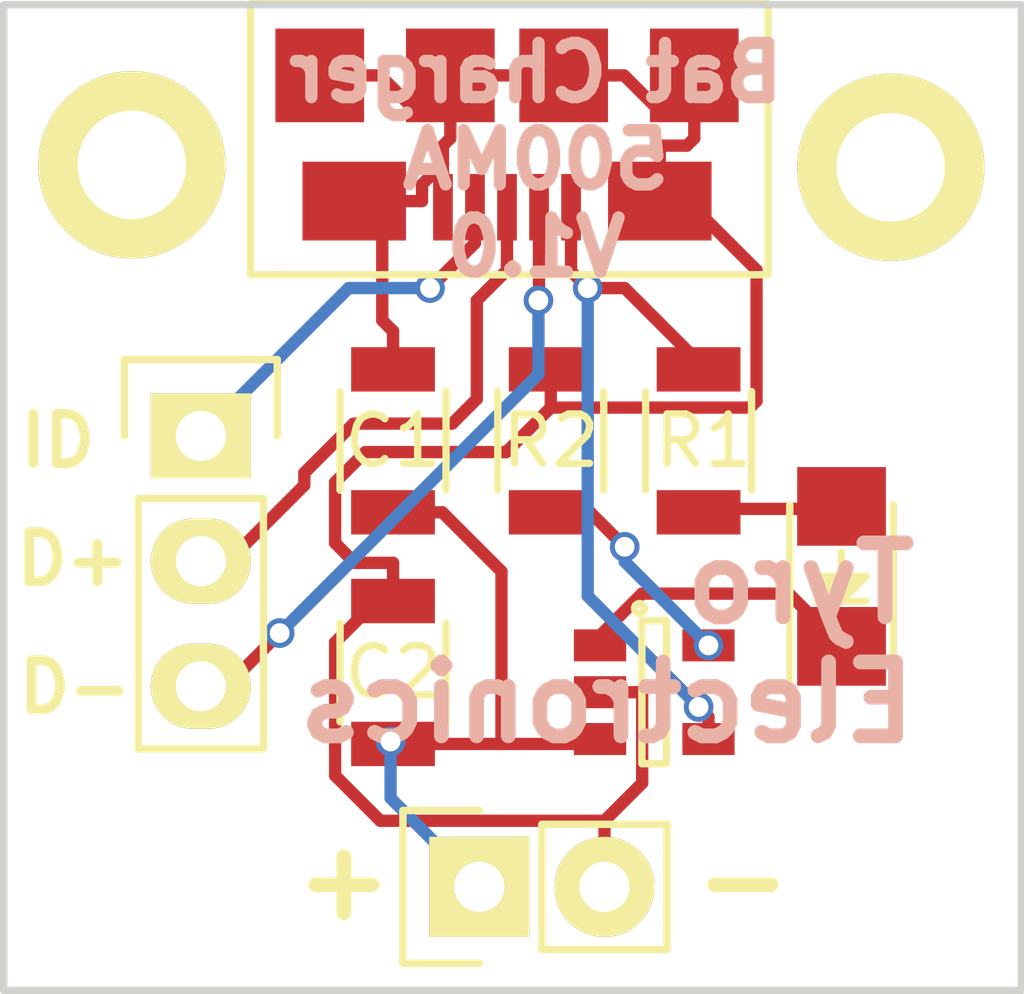
<source format=kicad_pcb>
(kicad_pcb (version 20171130) (host pcbnew "(5.1.12)-1")

  (general
    (thickness 1.6)
    (drawings 12)
    (tracks 119)
    (zones 0)
    (modules 11)
    (nets 10)
  )

  (page A4)
  (layers
    (0 F.Cu signal)
    (31 B.Cu signal)
    (32 B.Adhes user hide)
    (33 F.Adhes user hide)
    (34 B.Paste user)
    (35 F.Paste user)
    (36 B.SilkS user)
    (37 F.SilkS user)
    (38 B.Mask user)
    (39 F.Mask user)
    (40 Dwgs.User user)
    (41 Cmts.User user)
    (42 Eco1.User user)
    (43 Eco2.User user)
    (44 Edge.Cuts user)
    (45 Margin user)
    (46 B.CrtYd user)
    (47 F.CrtYd user)
    (48 B.Fab user)
    (49 F.Fab user)
  )

  (setup
    (last_trace_width 0.25)
    (trace_clearance 0.2)
    (zone_clearance 0.508)
    (zone_45_only no)
    (trace_min 0.2)
    (via_size 0.6)
    (via_drill 0.4)
    (via_min_size 0.4)
    (via_min_drill 0.3)
    (uvia_size 0.3)
    (uvia_drill 0.1)
    (uvias_allowed no)
    (uvia_min_size 0.2)
    (uvia_min_drill 0.1)
    (edge_width 0.15)
    (segment_width 0.2)
    (pcb_text_width 0.3)
    (pcb_text_size 1.5 1.5)
    (mod_edge_width 0.15)
    (mod_text_size 1 1)
    (mod_text_width 0.15)
    (pad_size 1.524 1.524)
    (pad_drill 0.762)
    (pad_to_mask_clearance 0.2)
    (aux_axis_origin 0 0)
    (visible_elements 7FFFFFFF)
    (pcbplotparams
      (layerselection 0x010f8_80000001)
      (usegerberextensions false)
      (usegerberattributes true)
      (usegerberadvancedattributes true)
      (creategerberjobfile true)
      (excludeedgelayer true)
      (linewidth 0.100000)
      (plotframeref false)
      (viasonmask false)
      (mode 1)
      (useauxorigin false)
      (hpglpennumber 1)
      (hpglpenspeed 20)
      (hpglpendiameter 15.000000)
      (psnegative false)
      (psa4output false)
      (plotreference true)
      (plotvalue true)
      (plotinvisibletext false)
      (padsonsilk false)
      (subtractmaskfromsilk false)
      (outputformat 1)
      (mirror false)
      (drillshape 0)
      (scaleselection 1)
      (outputdirectory "gerbers/"))
  )

  (net 0 "")
  (net 1 "Net-(P1-Pad1)")
  (net 2 "Net-(P1-Pad2)")
  (net 3 "Net-(P1-Pad3)")
  (net 4 "Net-(C1-Pad1)")
  (net 5 GND)
  (net 6 "Net-(D1-Pad1)")
  (net 7 "Net-(P2-Pad1)")
  (net 8 "Net-(R2-Pad1)")
  (net 9 "Net-(D1-Pad2)")

  (net_class Default "This is the default net class."
    (clearance 0.2)
    (trace_width 0.25)
    (via_dia 0.6)
    (via_drill 0.4)
    (uvia_dia 0.3)
    (uvia_drill 0.1)
    (add_net GND)
    (add_net "Net-(C1-Pad1)")
    (add_net "Net-(D1-Pad1)")
    (add_net "Net-(D1-Pad2)")
    (add_net "Net-(P1-Pad1)")
    (add_net "Net-(P1-Pad2)")
    (add_net "Net-(P1-Pad3)")
    (add_net "Net-(P2-Pad1)")
    (add_net "Net-(R2-Pad1)")
  )

  (module Pin_Headers:Pin_Header_Straight_1x03 (layer F.Cu) (tedit 56EB5028) (tstamp 56E9BF10)
    (at 164.4 90.5)
    (descr "Through hole pin header")
    (tags "pin header")
    (path /56E76434)
    (fp_text reference Noname_5 (at 0 -5.1) (layer F.SilkS) hide
      (effects (font (size 1 1) (thickness 0.15)))
    )
    (fp_text value "" (at 0 -3.1) (layer F.Fab) hide
      (effects (font (size 1 1) (thickness 0.15)))
    )
    (fp_line (start -1.55 -1.55) (end 1.55 -1.55) (layer F.SilkS) (width 0.15))
    (fp_line (start -1.55 0) (end -1.55 -1.55) (layer F.SilkS) (width 0.15))
    (fp_line (start 1.27 1.27) (end -1.27 1.27) (layer F.SilkS) (width 0.15))
    (fp_line (start 1.55 -1.55) (end 1.55 0) (layer F.SilkS) (width 0.15))
    (fp_line (start 1.27 6.35) (end 1.27 1.27) (layer F.SilkS) (width 0.15))
    (fp_line (start -1.27 6.35) (end 1.27 6.35) (layer F.SilkS) (width 0.15))
    (fp_line (start -1.27 1.27) (end -1.27 6.35) (layer F.SilkS) (width 0.15))
    (fp_line (start -1.75 6.85) (end 1.75 6.85) (layer F.CrtYd) (width 0.05))
    (fp_line (start -1.75 -1.75) (end 1.75 -1.75) (layer F.CrtYd) (width 0.05))
    (fp_line (start 1.75 -1.75) (end 1.75 6.85) (layer F.CrtYd) (width 0.05))
    (fp_line (start -1.75 -1.75) (end -1.75 6.85) (layer F.CrtYd) (width 0.05))
    (pad 1 thru_hole rect (at 0 0) (size 2.032 1.7272) (drill 1.016) (layers *.Cu *.Mask F.SilkS)
      (net 1 "Net-(P1-Pad1)"))
    (pad 2 thru_hole oval (at 0 2.54) (size 2.032 1.7272) (drill 1.016) (layers *.Cu *.Mask F.SilkS)
      (net 2 "Net-(P1-Pad2)"))
    (pad 3 thru_hole oval (at 0 5.08) (size 2.032 1.7272) (drill 1.016) (layers *.Cu *.Mask F.SilkS)
      (net 3 "Net-(P1-Pad3)"))
    (model Pin_Headers.3dshapes/Pin_Header_Straight_1x03.wrl
      (offset (xyz 0 -2.539999961853027 0))
      (scale (xyz 1 1 1))
      (rotate (xyz 0 0 90))
    )
  )

  (module Pin_Headers:Pin_Header_Straight_1x02 (layer F.Cu) (tedit 56EB4E18) (tstamp 56E9BF16)
    (at 170.05 99.65 90)
    (descr "Through hole pin header")
    (tags "pin header")
    (path /56E76222)
    (fp_text reference Noname_4 (at 0 -5.1 90) (layer F.SilkS) hide
      (effects (font (size 1 1) (thickness 0.15)))
    )
    (fp_text value "" (at 0 -3.1 90) (layer F.Fab) hide
      (effects (font (size 1 1) (thickness 0.15)))
    )
    (fp_line (start -1.27 3.81) (end 1.27 3.81) (layer F.SilkS) (width 0.15))
    (fp_line (start -1.27 1.27) (end -1.27 3.81) (layer F.SilkS) (width 0.15))
    (fp_line (start -1.55 -1.55) (end 1.55 -1.55) (layer F.SilkS) (width 0.15))
    (fp_line (start -1.55 0) (end -1.55 -1.55) (layer F.SilkS) (width 0.15))
    (fp_line (start 1.27 1.27) (end -1.27 1.27) (layer F.SilkS) (width 0.15))
    (fp_line (start -1.75 4.3) (end 1.75 4.3) (layer F.CrtYd) (width 0.05))
    (fp_line (start -1.75 -1.75) (end 1.75 -1.75) (layer F.CrtYd) (width 0.05))
    (fp_line (start 1.75 -1.75) (end 1.75 4.3) (layer F.CrtYd) (width 0.05))
    (fp_line (start -1.75 -1.75) (end -1.75 4.3) (layer F.CrtYd) (width 0.05))
    (fp_line (start 1.55 -1.55) (end 1.55 0) (layer F.SilkS) (width 0.15))
    (fp_line (start 1.27 1.27) (end 1.27 3.81) (layer F.SilkS) (width 0.15))
    (pad 1 thru_hole rect (at 0 0 90) (size 2.032 2.032) (drill 1.016) (layers *.Cu *.Mask F.SilkS)
      (net 4 "Net-(C1-Pad1)"))
    (pad 2 thru_hole oval (at 0 2.54 90) (size 2.032 2.032) (drill 1.016) (layers *.Cu *.Mask F.SilkS)
      (net 5 GND))
    (model Pin_Headers.3dshapes/Pin_Header_Straight_1x02.wrl
      (offset (xyz 0 -1.269999980926514 0))
      (scale (xyz 1 1 1))
      (rotate (xyz 0 0 90))
    )
  )

  (module Housings_SOT:SOT-23-5 (layer F.Cu) (tedit 56EB4E7D) (tstamp 56E9BF1F)
    (at 173.6 95.7)
    (descr "5-pin SOT23 package")
    (tags SOT-23-5)
    (path /56E7589C)
    (solder_mask_margin 0.0762)
    (attr smd)
    (fp_text reference U1 (at -0.05 -2.55) (layer F.SilkS) hide
      (effects (font (size 1 1) (thickness 0.15)))
    )
    (fp_text value "" (at -0.05 2.35) (layer F.Fab) hide
      (effects (font (size 1 1) (thickness 0.15)))
    )
    (fp_circle (center -0.3 -1.7) (end -0.2 -1.7) (layer F.SilkS) (width 0.15))
    (fp_line (start -0.25 -1.45) (end -0.25 1.45) (layer F.SilkS) (width 0.15))
    (fp_line (start -0.25 1.45) (end 0.25 1.45) (layer F.SilkS) (width 0.15))
    (fp_line (start 0.25 1.45) (end 0.25 -1.45) (layer F.SilkS) (width 0.15))
    (fp_line (start 0.25 -1.45) (end -0.25 -1.45) (layer F.SilkS) (width 0.15))
    (fp_line (start -1.8 1.6) (end -1.8 -1.6) (layer F.CrtYd) (width 0.05))
    (fp_line (start 1.8 1.6) (end -1.8 1.6) (layer F.CrtYd) (width 0.05))
    (fp_line (start 1.8 -1.6) (end 1.8 1.6) (layer F.CrtYd) (width 0.05))
    (fp_line (start -1.8 -1.6) (end 1.8 -1.6) (layer F.CrtYd) (width 0.05))
    (pad 1 smd rect (at -1.1 -0.95) (size 1.06 0.65) (layers F.Cu F.Paste F.Mask)
      (net 6 "Net-(D1-Pad1)"))
    (pad 2 smd rect (at -1.1 0) (size 1.06 0.65) (layers F.Cu F.Paste F.Mask)
      (net 5 GND))
    (pad 3 smd rect (at -1.1 0.95) (size 1.06 0.65) (layers F.Cu F.Paste F.Mask)
      (net 4 "Net-(C1-Pad1)"))
    (pad 4 smd rect (at 1.1 0.95) (size 1.06 0.65) (layers F.Cu F.Paste F.Mask)
      (net 7 "Net-(P2-Pad1)"))
    (pad 5 smd rect (at 1.1 -0.95) (size 1.06 0.65) (layers F.Cu F.Paste F.Mask)
      (net 8 "Net-(R2-Pad1)"))
    (model TO_SOT_Packages_SMD.3dshapes/SOT-23-5.wrl
      (at (xyz 0 0 0))
      (scale (xyz 1 1 1))
      (rotate (xyz 0 0 0))
    )
  )

  (module Resistors_SMD:R_1206 (layer F.Cu) (tedit 56EB4E5B) (tstamp 56E9BFAA)
    (at 168.3 90.6 90)
    (descr "Resistor SMD 1206, reflow soldering, Vishay (see dcrcw.pdf)")
    (tags "resistor 1206")
    (path /56E75B80)
    (attr smd)
    (fp_text reference C1 (at 0 0 180) (layer F.SilkS)
      (effects (font (size 1 1) (thickness 0.15)))
    )
    (fp_text value "" (at 0 2.3 90) (layer F.Fab) hide
      (effects (font (size 1 1) (thickness 0.15)))
    )
    (fp_line (start -1 -1.075) (end 1 -1.075) (layer F.SilkS) (width 0.15))
    (fp_line (start 1 1.075) (end -1 1.075) (layer F.SilkS) (width 0.15))
    (fp_line (start 2.2 -1.2) (end 2.2 1.2) (layer F.CrtYd) (width 0.05))
    (fp_line (start -2.2 -1.2) (end -2.2 1.2) (layer F.CrtYd) (width 0.05))
    (fp_line (start -2.2 1.2) (end 2.2 1.2) (layer F.CrtYd) (width 0.05))
    (fp_line (start -2.2 -1.2) (end 2.2 -1.2) (layer F.CrtYd) (width 0.05))
    (pad 1 smd rect (at -1.45 0 90) (size 0.9 1.7) (layers F.Cu F.Paste F.Mask)
      (net 4 "Net-(C1-Pad1)"))
    (pad 2 smd rect (at 1.45 0 90) (size 0.9 1.7) (layers F.Cu F.Paste F.Mask)
      (net 5 GND))
    (model Resistors_SMD.3dshapes/R_1206.wrl
      (at (xyz 0 0 0))
      (scale (xyz 1 1 1))
      (rotate (xyz 0 0 0))
    )
  )

  (module Resistors_SMD:R_1206 (layer F.Cu) (tedit 56EB4E20) (tstamp 56E9BFB6)
    (at 168.3 95.3 90)
    (descr "Resistor SMD 1206, reflow soldering, Vishay (see dcrcw.pdf)")
    (tags "resistor 1206")
    (path /56E75BCC)
    (attr smd)
    (fp_text reference C2 (at 0 0 180) (layer F.SilkS)
      (effects (font (size 1 1) (thickness 0.15)))
    )
    (fp_text value "" (at 0 2.3 90) (layer F.Fab) hide
      (effects (font (size 1 1) (thickness 0.15)))
    )
    (fp_line (start -1 -1.075) (end 1 -1.075) (layer F.SilkS) (width 0.15))
    (fp_line (start 1 1.075) (end -1 1.075) (layer F.SilkS) (width 0.15))
    (fp_line (start 2.2 -1.2) (end 2.2 1.2) (layer F.CrtYd) (width 0.05))
    (fp_line (start -2.2 -1.2) (end -2.2 1.2) (layer F.CrtYd) (width 0.05))
    (fp_line (start -2.2 1.2) (end 2.2 1.2) (layer F.CrtYd) (width 0.05))
    (fp_line (start -2.2 -1.2) (end 2.2 -1.2) (layer F.CrtYd) (width 0.05))
    (pad 1 smd rect (at -1.45 0 90) (size 0.9 1.7) (layers F.Cu F.Paste F.Mask)
      (net 4 "Net-(C1-Pad1)"))
    (pad 2 smd rect (at 1.45 0 90) (size 0.9 1.7) (layers F.Cu F.Paste F.Mask)
      (net 5 GND))
    (model Resistors_SMD.3dshapes/R_1206.wrl
      (at (xyz 0 0 0))
      (scale (xyz 1 1 1))
      (rotate (xyz 0 0 0))
    )
  )

  (module Resistors_SMD:R_1206 (layer F.Cu) (tedit 56EB4E6D) (tstamp 56E9BFEB)
    (at 174.5 90.6 270)
    (descr "Resistor SMD 1206, reflow soldering, Vishay (see dcrcw.pdf)")
    (tags "resistor 1206")
    (path /56E75B06)
    (attr smd)
    (fp_text reference R1 (at 0 -0.1) (layer F.SilkS)
      (effects (font (size 1 1) (thickness 0.15)))
    )
    (fp_text value "" (at 0 2.3 270) (layer F.Fab) hide
      (effects (font (size 1 1) (thickness 0.15)))
    )
    (fp_line (start -1 -1.075) (end 1 -1.075) (layer F.SilkS) (width 0.15))
    (fp_line (start 1 1.075) (end -1 1.075) (layer F.SilkS) (width 0.15))
    (fp_line (start 2.2 -1.2) (end 2.2 1.2) (layer F.CrtYd) (width 0.05))
    (fp_line (start -2.2 -1.2) (end -2.2 1.2) (layer F.CrtYd) (width 0.05))
    (fp_line (start -2.2 1.2) (end 2.2 1.2) (layer F.CrtYd) (width 0.05))
    (fp_line (start -2.2 -1.2) (end 2.2 -1.2) (layer F.CrtYd) (width 0.05))
    (pad 1 smd rect (at -1.45 0 270) (size 0.9 1.7) (layers F.Cu F.Paste F.Mask)
      (net 7 "Net-(P2-Pad1)"))
    (pad 2 smd rect (at 1.45 0 270) (size 0.9 1.7) (layers F.Cu F.Paste F.Mask)
      (net 9 "Net-(D1-Pad2)"))
    (model Resistors_SMD.3dshapes/R_1206.wrl
      (at (xyz 0 0 0))
      (scale (xyz 1 1 1))
      (rotate (xyz 0 0 0))
    )
  )

  (module Resistors_SMD:R_1206 (layer F.Cu) (tedit 56EB4E65) (tstamp 56E9BFF7)
    (at 171.5 90.6 90)
    (descr "Resistor SMD 1206, reflow soldering, Vishay (see dcrcw.pdf)")
    (tags "resistor 1206")
    (path /56E75D1D)
    (attr smd)
    (fp_text reference R2 (at 0 0 180) (layer F.SilkS)
      (effects (font (size 1 1) (thickness 0.15)))
    )
    (fp_text value "" (at 0 2.3 90) (layer F.Fab) hide
      (effects (font (size 1 1) (thickness 0.15)))
    )
    (fp_line (start -1 -1.075) (end 1 -1.075) (layer F.SilkS) (width 0.15))
    (fp_line (start 1 1.075) (end -1 1.075) (layer F.SilkS) (width 0.15))
    (fp_line (start 2.2 -1.2) (end 2.2 1.2) (layer F.CrtYd) (width 0.05))
    (fp_line (start -2.2 -1.2) (end -2.2 1.2) (layer F.CrtYd) (width 0.05))
    (fp_line (start -2.2 1.2) (end 2.2 1.2) (layer F.CrtYd) (width 0.05))
    (fp_line (start -2.2 -1.2) (end 2.2 -1.2) (layer F.CrtYd) (width 0.05))
    (pad 1 smd rect (at -1.45 0 90) (size 0.9 1.7) (layers F.Cu F.Paste F.Mask)
      (net 8 "Net-(R2-Pad1)"))
    (pad 2 smd rect (at 1.45 0 90) (size 0.9 1.7) (layers F.Cu F.Paste F.Mask)
      (net 5 GND))
    (model Resistors_SMD.3dshapes/R_1206.wrl
      (at (xyz 0 0 0))
      (scale (xyz 1 1 1))
      (rotate (xyz 0 0 0))
    )
  )

  (module Mounting_Holes:MountingHole_2.2mm_M2_ISO14580_Pad (layer F.Cu) (tedit 56EB4E0B) (tstamp 56E9C1A5)
    (at 178.4 85.05)
    (descr "Mounting Hole 2.2mm, M2, ISO14580")
    (tags "mounting hole 2.2mm m2 iso14580")
    (fp_text reference Noname_3 (at 0 -2.9) (layer F.SilkS) hide
      (effects (font (size 1 1) (thickness 0.15)))
    )
    (fp_text value "" (at 0 2.9) (layer F.Fab) hide
      (effects (font (size 1 1) (thickness 0.15)))
    )
    (fp_circle (center 0 0) (end 2.15 0) (layer F.CrtYd) (width 0.05))
    (fp_circle (center 0 0) (end 1.9 0) (layer Cmts.User) (width 0.15))
    (pad 1 thru_hole circle (at 0 0) (size 3.8 3.8) (drill 2.2) (layers *.Cu *.Mask F.SilkS))
  )

  (module Mounting_Holes:MountingHole_2.2mm_M2_ISO14580_Pad (layer F.Cu) (tedit 56EB4DFF) (tstamp 56E9C1B4)
    (at 163 85)
    (descr "Mounting Hole 2.2mm, M2, ISO14580")
    (tags "mounting hole 2.2mm m2 iso14580")
    (fp_text reference Noname_2 (at 0 -2.9) (layer F.SilkS) hide
      (effects (font (size 1 1) (thickness 0.15)))
    )
    (fp_text value "" (at 0 2.9) (layer F.Fab) hide
      (effects (font (size 1 1) (thickness 0.15)))
    )
    (fp_circle (center 0 0) (end 2.15 0) (layer F.CrtYd) (width 0.05))
    (fp_circle (center 0 0) (end 1.9 0) (layer Cmts.User) (width 0.15))
    (pad 1 thru_hole circle (at 0 0) (size 3.8 3.8) (drill 2.2) (layers *.Cu *.Mask F.SilkS))
  )

  (module LEDs:LED_1206 (layer F.Cu) (tedit 56EB4E79) (tstamp 56EB4DDB)
    (at 177.4 93.35 90)
    (descr "LED 1206 smd package")
    (tags "LED1206 SMD")
    (path /56E75A0A)
    (attr smd)
    (fp_text reference D1 (at 0 -2 90) (layer F.SilkS) hide
      (effects (font (size 1 1) (thickness 0.15)))
    )
    (fp_text value LED (at 0 2 90) (layer F.Fab)
      (effects (font (size 1 1) (thickness 0.15)))
    )
    (fp_line (start 2.5 1.25) (end 2.5 -1.25) (layer F.CrtYd) (width 0.05))
    (fp_line (start -2.5 1.25) (end 2.5 1.25) (layer F.CrtYd) (width 0.05))
    (fp_line (start -2.5 -1.25) (end -2.5 1.25) (layer F.CrtYd) (width 0.05))
    (fp_line (start 2.5 -1.25) (end -2.5 -1.25) (layer F.CrtYd) (width 0.05))
    (fp_line (start 0 0.5) (end -0.5 0) (layer F.SilkS) (width 0.15))
    (fp_line (start 0 -0.5) (end 0 0.5) (layer F.SilkS) (width 0.15))
    (fp_line (start -0.5 0) (end 0 -0.5) (layer F.SilkS) (width 0.15))
    (fp_line (start 0 0) (end 0.5 0) (layer F.SilkS) (width 0.15))
    (fp_line (start -0.5 -0.5) (end -0.5 0.5) (layer F.SilkS) (width 0.15))
    (fp_line (start -0.2 0.05) (end -0.25 0) (layer F.SilkS) (width 0.15))
    (fp_line (start -0.2 -0.2) (end -0.2 0.05) (layer F.SilkS) (width 0.15))
    (fp_line (start -0.4 0) (end -0.2 -0.2) (layer F.SilkS) (width 0.15))
    (fp_line (start -0.1 0.3) (end -0.4 0) (layer F.SilkS) (width 0.15))
    (fp_line (start -0.1 -0.3) (end -0.1 0.3) (layer F.SilkS) (width 0.15))
    (fp_line (start -2.15 -1.05) (end 1.45 -1.05) (layer F.SilkS) (width 0.15))
    (fp_line (start -2.15 1.05) (end 1.45 1.05) (layer F.SilkS) (width 0.15))
    (pad 2 smd rect (at 1.41986 0 270) (size 1.59766 1.80086) (layers F.Cu F.Paste F.Mask)
      (net 9 "Net-(D1-Pad2)"))
    (pad 1 smd rect (at -1.41986 0 270) (size 1.59766 1.80086) (layers F.Cu F.Paste F.Mask)
      (net 6 "Net-(D1-Pad1)"))
    (model LEDs.3dshapes/LED_1206.wrl
      (at (xyz 0 0 0))
      (scale (xyz 1 1 1))
      (rotate (xyz 0 0 180))
    )
  )

  (module myfootprints:micro-usb-fci (layer F.Cu) (tedit 56EB4E06) (tstamp 56EB4EEA)
    (at 171.2 84.2)
    (path /56E8AFB4)
    (solder_mask_margin 0.0762)
    (fp_text reference Noname_1 (at 0.7 -4.4) (layer F.SilkS) hide
      (effects (font (size 1 1) (thickness 0.15)))
    )
    (fp_text value "" (at 2.5 -3.5) (layer F.SilkS) hide
      (effects (font (size 1 1) (thickness 0.15)))
    )
    (fp_line (start 4.71 3.03) (end -5.29 3.03) (layer F.SilkS) (width 0.15))
    (fp_line (start 4.71 -2.47) (end 4.71 3.03) (layer F.SilkS) (width 0.15))
    (fp_line (start -5.79 -2.47) (end 4.71 -2.47) (layer F.SilkS) (width 0.15))
    (fp_line (start -5.79 3.03) (end -5.79 -2.47) (layer F.SilkS) (width 0.15))
    (fp_line (start -5.29 3.03) (end -5.79 3.03) (layer F.SilkS) (width 0.15))
    (pad 6 smd rect (at -4.3875 -1.015) (size 1.8 1.9) (layers F.Cu F.Paste F.Mask)
      (net 5 GND))
    (pad 6 smd rect (at 3.2125 -1.015) (size 1.8 1.9) (layers F.Cu F.Paste F.Mask)
      (net 5 GND))
    (pad 6 smd rect (at -1.7375 -1.015) (size 1.8 1.9) (layers F.Cu F.Paste F.Mask)
      (net 5 GND))
    (pad 5 smd rect (at -1.8875 1.66) (size 0.4 1.35) (layers F.Cu F.Paste F.Mask)
      (net 5 GND))
    (pad 4 smd rect (at -1.2375 1.66) (size 0.4 1.35) (layers F.Cu F.Paste F.Mask)
      (net 1 "Net-(P1-Pad1)"))
    (pad 3 smd rect (at -0.5875 1.66) (size 0.4 1.35) (layers F.Cu F.Paste F.Mask)
      (net 2 "Net-(P1-Pad2)"))
    (pad 2 smd rect (at 0.0625 1.66) (size 0.4 1.35) (layers F.Cu F.Paste F.Mask)
      (net 3 "Net-(P1-Pad3)"))
    (pad 1 smd rect (at 0.7125 1.66) (size 0.4 1.35) (layers F.Cu F.Paste F.Mask)
      (net 7 "Net-(P2-Pad1)"))
    (pad 6 smd rect (at 2.5125 1.535) (size 2.1 1.6) (layers F.Cu F.Paste F.Mask)
      (net 5 GND))
    (pad 6 smd rect (at -3.6875 1.535) (size 2.1 1.6) (layers F.Cu F.Paste F.Mask)
      (net 5 GND))
    (pad 6 smd rect (at 0.5625 -1.015) (size 1.8 1.9) (layers F.Cu F.Paste F.Mask)
      (net 5 GND))
  )

  (gr_text "Tyro\nElectronics" (at 179.05 94.7) (layer B.SilkS)
    (effects (font (size 1.5 1.5) (thickness 0.3)) (justify left mirror))
  )
  (gr_text "Bat Charger\n500MA\nV1.0" (at 171.2 84.9) (layer B.SilkS)
    (effects (font (size 1.1 1.1) (thickness 0.25)) (justify mirror))
  )
  (gr_text - (at 175.4 99.5) (layer F.SilkS)
    (effects (font (size 1.5 1.5) (thickness 0.3)))
  )
  (gr_text + (at 167.3 99.5) (layer F.SilkS)
    (effects (font (size 1.5 1.5) (thickness 0.3)))
  )
  (gr_text "D-\n" (at 161.85 95.6) (layer F.SilkS)
    (effects (font (size 1 1) (thickness 0.2)))
  )
  (gr_text D+ (at 161.8 93) (layer F.SilkS)
    (effects (font (size 1 1) (thickness 0.2)))
  )
  (gr_text ID (at 161.5 90.6) (layer F.SilkS)
    (effects (font (size 1 1) (thickness 0.2)))
  )
  (gr_line (start 160.4 81.75) (end 160.45 81.75) (angle 90) (layer Edge.Cuts) (width 0.15))
  (gr_line (start 160.4 101.75) (end 160.4 81.75) (angle 90) (layer Edge.Cuts) (width 0.15))
  (gr_line (start 181.05 101.75) (end 160.4 101.75) (angle 90) (layer Edge.Cuts) (width 0.15))
  (gr_line (start 181.05 81.75) (end 181.05 101.75) (angle 90) (layer Edge.Cuts) (width 0.15))
  (gr_line (start 160.4 81.75) (end 181.05 81.75) (angle 90) (layer Edge.Cuts) (width 0.15))

  (segment (start 169.962 86.2237) (end 169.9625 86.2232) (width 0.25) (layer F.Cu) (net 1))
  (segment (start 169.9625 86.2232) (end 169.9625 85.86) (width 0.25) (layer F.Cu) (net 1))
  (segment (start 169.962 86.2237) (end 169.962 85.86) (width 0.25) (layer F.Cu) (net 1))
  (segment (start 169.05 87.5) (end 169.962 86.5875) (width 0.25) (layer F.Cu) (net 1))
  (segment (start 169.962 86.5875) (end 169.962 86.2237) (width 0.25) (layer F.Cu) (net 1))
  (segment (start 164.4 90.5) (end 167.4 87.5) (width 0.25) (layer B.Cu) (net 1))
  (segment (start 167.4 87.5) (end 169.05 87.5) (width 0.25) (layer B.Cu) (net 1))
  (via (at 169.05 87.5) (size 0.6) (layers F.Cu B.Cu) (net 1))
  (via (at 164.4 90.5) (size 0.6) (layers F.Cu B.Cu) (net 1))
  (segment (start 170.612 86.4987) (end 170.6125 86.4982) (width 0.25) (layer F.Cu) (net 2))
  (segment (start 170.6125 86.4982) (end 170.6125 85.86) (width 0.25) (layer F.Cu) (net 2))
  (segment (start 170.612 86.4987) (end 170.612 85.86) (width 0.25) (layer F.Cu) (net 2))
  (segment (start 164.4 93.04) (end 164.96 93.04) (width 0.25) (layer F.Cu) (net 2))
  (segment (start 164.96 93.04) (end 166.5 91.5) (width 0.25) (layer F.Cu) (net 2))
  (segment (start 166.5 91.5) (end 166.5 91.25) (width 0.25) (layer F.Cu) (net 2))
  (segment (start 166.5 91.25) (end 167.5 90.25) (width 0.25) (layer F.Cu) (net 2))
  (segment (start 167.5 90.25) (end 169.5 90.25) (width 0.25) (layer F.Cu) (net 2))
  (segment (start 169.5 90.25) (end 170 89.75) (width 0.25) (layer F.Cu) (net 2))
  (segment (start 170 89.75) (end 170 87.75) (width 0.25) (layer F.Cu) (net 2))
  (segment (start 170 87.75) (end 170.612 87.1375) (width 0.25) (layer F.Cu) (net 2))
  (segment (start 170.612 87.1375) (end 170.612 86.4987) (width 0.25) (layer F.Cu) (net 2))
  (segment (start 171.262 86.7987) (end 171.2625 86.7982) (width 0.25) (layer F.Cu) (net 3))
  (segment (start 171.2625 86.7982) (end 171.2625 85.86) (width 0.25) (layer F.Cu) (net 3))
  (segment (start 171.262 86.7987) (end 171.262 85.86) (width 0.25) (layer F.Cu) (net 3))
  (segment (start 171.25 87.75) (end 171.262 87.7375) (width 0.25) (layer F.Cu) (net 3))
  (segment (start 171.262 87.7375) (end 171.262 86.7987) (width 0.25) (layer F.Cu) (net 3))
  (segment (start 166 94.5) (end 171.25 89.25) (width 0.25) (layer B.Cu) (net 3))
  (segment (start 171.25 89.25) (end 171.25 87.75) (width 0.25) (layer B.Cu) (net 3))
  (segment (start 164.4 95.58) (end 164.92 95.58) (width 0.25) (layer F.Cu) (net 3))
  (segment (start 164.92 95.58) (end 166 94.5) (width 0.25) (layer F.Cu) (net 3))
  (via (at 171.25 87.75) (size 0.6) (layers F.Cu B.Cu) (net 3))
  (via (at 166 94.5) (size 0.6) (layers F.Cu B.Cu) (net 3))
  (segment (start 170.5 96.75) (end 172.4 96.75) (width 0.25) (layer F.Cu) (net 4))
  (segment (start 172.4 96.75) (end 172.5 96.65) (width 0.25) (layer F.Cu) (net 4))
  (segment (start 168.3 96.75) (end 170.5 96.75) (width 0.25) (layer F.Cu) (net 4))
  (segment (start 170.05 99.65) (end 169.65 99.65) (width 0.25) (layer F.Cu) (net 4))
  (segment (start 168.3 92.05) (end 169.3 92.05) (width 0.25) (layer F.Cu) (net 4))
  (segment (start 169.3 92.05) (end 170.5 93.25) (width 0.25) (layer F.Cu) (net 4))
  (segment (start 170.5 93.25) (end 170.5 96.75) (width 0.25) (layer F.Cu) (net 4))
  (segment (start 170.05 99.65) (end 168.25 97.85) (width 0.25) (layer B.Cu) (net 4))
  (segment (start 168.25 97.85) (end 168.25 96.7) (width 0.25) (layer B.Cu) (net 4))
  (segment (start 168.25 96.7) (end 168.3 96.75) (width 0.25) (layer F.Cu) (net 4))
  (via (at 168.25 96.7) (size 0.6) (layers F.Cu B.Cu) (net 4))
  (via (at 170.05 99.65) (size 0.6) (layers F.Cu B.Cu) (net 4))
  (segment (start 173.3551 95.7) (end 173.3551 97.5438) (width 0.25) (layer F.Cu) (net 5))
  (segment (start 173.3551 97.5438) (end 172.59 98.3089) (width 0.25) (layer F.Cu) (net 5))
  (segment (start 168.3 93.5136) (end 167.1248 94.6888) (width 0.25) (layer F.Cu) (net 5))
  (segment (start 167.1248 94.6888) (end 167.1248 97.3924) (width 0.25) (layer F.Cu) (net 5))
  (segment (start 167.1248 97.3924) (end 168.0413 98.3089) (width 0.25) (layer F.Cu) (net 5))
  (segment (start 168.0413 98.3089) (end 172.59 98.3089) (width 0.25) (layer F.Cu) (net 5))
  (segment (start 172.5 95.7) (end 173.3551 95.7) (width 0.25) (layer F.Cu) (net 5))
  (segment (start 172.59 99.65) (end 172.59 98.3089) (width 0.25) (layer F.Cu) (net 5))
  (segment (start 173.7125 85.1724) (end 175.6752 87.1351) (width 0.25) (layer F.Cu) (net 5))
  (segment (start 175.6752 87.1351) (end 175.6752 89.7924) (width 0.25) (layer F.Cu) (net 5))
  (segment (start 175.6752 89.7924) (end 175.5425 89.9251) (width 0.25) (layer F.Cu) (net 5))
  (segment (start 175.5425 89.9251) (end 171.5 89.9251) (width 0.25) (layer F.Cu) (net 5))
  (segment (start 173.7125 85.1724) (end 173.7125 84.6099) (width 0.25) (layer F.Cu) (net 5))
  (segment (start 173.7125 85.735) (end 173.7125 85.1724) (width 0.25) (layer F.Cu) (net 5))
  (segment (start 168.3 93.4624) (end 168.3 93.0749) (width 0.25) (layer F.Cu) (net 5))
  (segment (start 168.3 93.85) (end 168.3 93.5136) (width 0.25) (layer F.Cu) (net 5))
  (segment (start 168.3 93.4624) (end 168.3 93.5136) (width 0.25) (layer F.Cu) (net 5))
  (segment (start 171.5 89.15) (end 171.5 89.9251) (width 0.25) (layer F.Cu) (net 5))
  (segment (start 171.5 89.9251) (end 170.5969 90.8282) (width 0.25) (layer F.Cu) (net 5))
  (segment (start 170.5969 90.8282) (end 167.7365 90.8282) (width 0.25) (layer F.Cu) (net 5))
  (segment (start 167.7365 90.8282) (end 167.1248 91.4399) (width 0.25) (layer F.Cu) (net 5))
  (segment (start 167.1248 91.4399) (end 167.1248 92.6748) (width 0.25) (layer F.Cu) (net 5))
  (segment (start 167.1248 92.6748) (end 167.5249 93.0749) (width 0.25) (layer F.Cu) (net 5))
  (segment (start 167.5249 93.0749) (end 168.3 93.0749) (width 0.25) (layer F.Cu) (net 5))
  (segment (start 168.3 89.15) (end 168.3 88.3749) (width 0.25) (layer F.Cu) (net 5))
  (segment (start 168.0813 85.735) (end 168.0813 88.1562) (width 0.25) (layer F.Cu) (net 5))
  (segment (start 168.0813 88.1562) (end 168.3 88.3749) (width 0.25) (layer F.Cu) (net 5))
  (segment (start 168.0813 85.735) (end 168.8876 85.735) (width 0.25) (layer F.Cu) (net 5))
  (segment (start 167.5125 85.735) (end 168.0813 85.735) (width 0.25) (layer F.Cu) (net 5))
  (segment (start 171.7625 83.185) (end 172.9876 83.185) (width 0.25) (layer F.Cu) (net 5))
  (segment (start 174.4125 83.8225) (end 173.6251 83.8225) (width 0.25) (layer F.Cu) (net 5))
  (segment (start 173.6251 83.8225) (end 172.9876 83.185) (width 0.25) (layer F.Cu) (net 5))
  (segment (start 174.4125 83.8225) (end 174.4125 84.4601) (width 0.25) (layer F.Cu) (net 5))
  (segment (start 174.4125 83.185) (end 174.4125 83.8225) (width 0.25) (layer F.Cu) (net 5))
  (segment (start 166.8125 83.185) (end 168.0376 83.185) (width 0.25) (layer F.Cu) (net 5))
  (segment (start 169.4625 83.8225) (end 168.6751 83.8225) (width 0.25) (layer F.Cu) (net 5))
  (segment (start 168.6751 83.8225) (end 168.0376 83.185) (width 0.25) (layer F.Cu) (net 5))
  (segment (start 169.4625 83.8225) (end 169.4625 84.4601) (width 0.25) (layer F.Cu) (net 5))
  (segment (start 169.4625 83.185) (end 169.4625 83.8225) (width 0.25) (layer F.Cu) (net 5))
  (segment (start 168.8876 85.735) (end 168.8876 85.3973) (width 0.25) (layer F.Cu) (net 5))
  (segment (start 168.8876 85.3973) (end 169.3125 84.9724) (width 0.25) (layer F.Cu) (net 5))
  (segment (start 169.3125 84.9724) (end 169.3125 84.6101) (width 0.25) (layer F.Cu) (net 5))
  (segment (start 169.3125 84.6101) (end 169.4625 84.4601) (width 0.25) (layer F.Cu) (net 5))
  (segment (start 169.3125 85.86) (end 169.3125 84.9724) (width 0.25) (layer F.Cu) (net 5))
  (segment (start 173.7125 84.6099) (end 174.2627 84.6099) (width 0.25) (layer F.Cu) (net 5))
  (segment (start 174.2627 84.6099) (end 174.4125 84.4601) (width 0.25) (layer F.Cu) (net 5))
  (segment (start 171.7625 83.185) (end 169.4625 83.185) (width 0.25) (layer F.Cu) (net 5))
  (segment (start 172.5 94.75) (end 172.5 94.55) (width 0.25) (layer F.Cu) (net 6))
  (segment (start 172.5 94.55) (end 173.35 93.7) (width 0.25) (layer F.Cu) (net 6))
  (segment (start 173.35 93.7) (end 176.33 93.7) (width 0.25) (layer F.Cu) (net 6))
  (segment (start 176.33 93.7) (end 177.4 94.7699) (width 0.25) (layer F.Cu) (net 6))
  (segment (start 171.912 86.5112) (end 171.9125 86.5107) (width 0.25) (layer F.Cu) (net 7))
  (segment (start 171.9125 86.5107) (end 171.9125 85.86) (width 0.25) (layer F.Cu) (net 7))
  (segment (start 171.912 86.5112) (end 171.912 85.86) (width 0.25) (layer F.Cu) (net 7))
  (segment (start 172.25 87.5) (end 171.912 87.1625) (width 0.25) (layer F.Cu) (net 7))
  (segment (start 171.912 87.1625) (end 171.912 86.5112) (width 0.25) (layer F.Cu) (net 7))
  (segment (start 174.7 96.65) (end 174.7 96.2) (width 0.25) (layer F.Cu) (net 7))
  (segment (start 174.7 96.2) (end 174.5 96) (width 0.25) (layer F.Cu) (net 7))
  (segment (start 174.5 96) (end 172.25 93.75) (width 0.25) (layer B.Cu) (net 7))
  (segment (start 172.25 93.75) (end 172.25 87.5) (width 0.25) (layer B.Cu) (net 7))
  (segment (start 174.5 89.15) (end 174.5 89) (width 0.25) (layer F.Cu) (net 7))
  (segment (start 174.5 89) (end 173 87.5) (width 0.25) (layer F.Cu) (net 7))
  (segment (start 173 87.5) (end 172.25 87.5) (width 0.25) (layer F.Cu) (net 7))
  (via (at 174.5 96) (size 0.6) (layers F.Cu B.Cu) (net 7))
  (via (at 172.25 87.5) (size 0.6) (layers F.Cu B.Cu) (net 7))
  (segment (start 173 92.75) (end 172.3 92.05) (width 0.25) (layer F.Cu) (net 8))
  (segment (start 172.3 92.05) (end 171.5 92.05) (width 0.25) (layer F.Cu) (net 8))
  (segment (start 173 92.75) (end 173 93.05) (width 0.25) (layer B.Cu) (net 8))
  (segment (start 173 93.05) (end 174.7 94.75) (width 0.25) (layer B.Cu) (net 8))
  (via (at 173 92.75) (size 0.6) (layers F.Cu B.Cu) (net 8))
  (via (at 174.7 94.75) (size 0.6) (layers F.Cu B.Cu) (net 8))
  (segment (start 177.35 91.9801) (end 177.4 91.9301) (width 0.25) (layer F.Cu) (net 9))
  (segment (start 177.35 91.9801) (end 174.57 91.9801) (width 0.25) (layer F.Cu) (net 9))
  (segment (start 174.57 91.9801) (end 174.5 92.05) (width 0.25) (layer F.Cu) (net 9))
  (segment (start 177.4 91.9801) (end 177.35 91.9801) (width 0.25) (layer F.Cu) (net 9))

)

</source>
